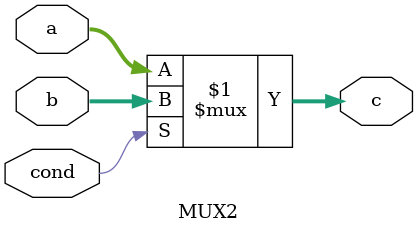
<source format=sv>
/* 
 * Multiplexer gate
 * 2 inputs 
 * one output
 * one control signal
 * 
 */
module MUX2 #(parameter WIDTH = 32)
				 (input logic [WIDTH-1:0] a, b,
				  input logic cond,
				 output logic [WIDTH-1:0] c);
				 
assign c = cond ? b : a;

endmodule 
</source>
